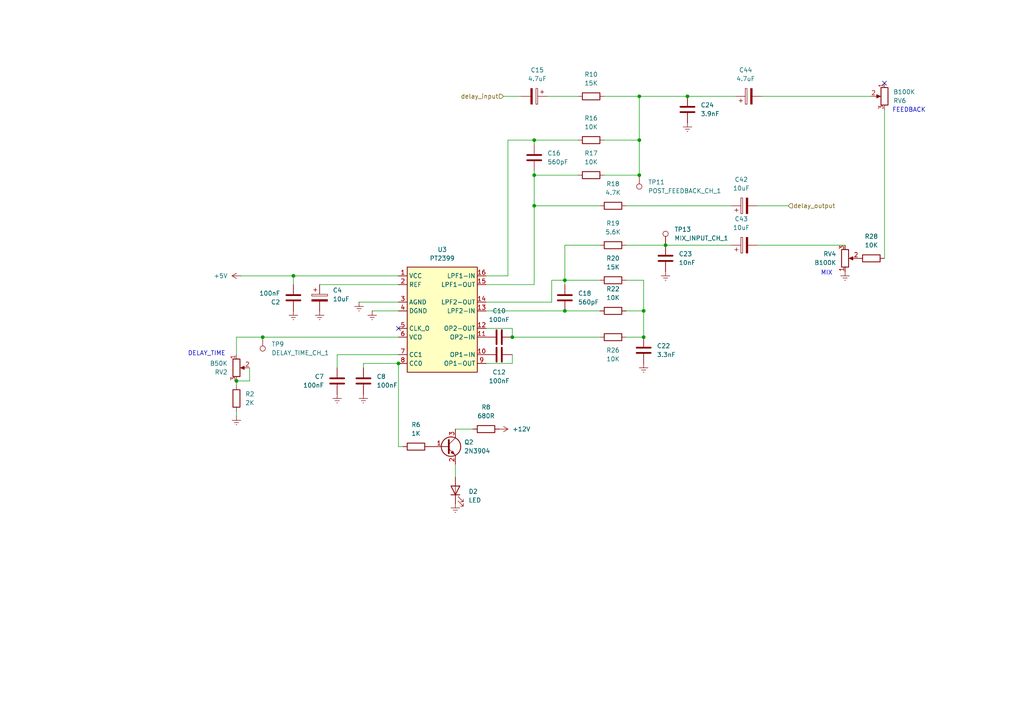
<source format=kicad_sch>
(kicad_sch (version 20231120) (generator "eeschema") (generator_version "8.0")
  (paper "A4")
  (lib_symbols
    (symbol "Audio:PT2399"
      (property "Reference" "U" (at 0 17.78 0))
      (property "Value" "PT2399" (at 0 -17.78 0))
      (symbol "PT2399_0_1"
        (rectangle (start -10.16 15.24) (end 10.16 -15.24) (stroke (width 0.254)) (fill (type background)))
      )
      (symbol "PT2399_1_1"
        (pin power_in line (at -12.7 12.7 0) (length 2.54) (name "VCC") (number "1"))
        (pin input line (at 12.7 -10.16 180) (length 2.54) (name "OP1-IN") (number "10"))
        (pin input line (at 12.7 -5.08 180) (length 2.54) (name "OP2-IN") (number "11"))
        (pin output line (at 12.7 -2.54 180) (length 2.54) (name "OP2-OUT") (number "12"))
        (pin input line (at 12.7 2.54 180) (length 2.54) (name "LPF2-IN") (number "13"))
        (pin output line (at 12.7 5.08 180) (length 2.54) (name "LPF2-OUT") (number "14"))
        (pin output line (at 12.7 10.16 180) (length 2.54) (name "LPF1-OUT") (number "15"))
        (pin input line (at 12.7 12.7 180) (length 2.54) (name "LPF1-IN") (number "16"))
        (pin passive line (at -12.7 10.16 0) (length 2.54) (name "REF") (number "2"))
        (pin power_in line (at -12.7 5.08 0) (length 2.54) (name "AGND") (number "3"))
        (pin power_in line (at -12.7 2.54 0) (length 2.54) (name "DGND") (number "4"))
        (pin passive line (at -12.7 -2.54 0) (length 2.54) (name "CLK_O") (number "5"))
        (pin passive line (at -12.7 -5.08 0) (length 2.54) (name "VCO") (number "6"))
        (pin passive line (at -12.7 -10.16 0) (length 2.54) (name "CC1") (number "7"))
        (pin passive line (at -12.7 -12.7 0) (length 2.54) (name "CC0") (number "8"))
        (pin output line (at 12.7 -12.7 180) (length 2.54) (name "OP1-OUT") (number "9"))
      )
    )
    (symbol "Connector:TestPoint" (pin_numbers hide) (pin_names (offset 0.762) hide)
      (property "Reference" "TP" (at 0 6.858 0))
      (property "Value" "TestPoint" (at 0 5.08 0))
      (symbol "TestPoint_0_1"
        (circle (center 0 3.302) (radius 0.762))
      )
      (symbol "TestPoint_1_1"
        (pin passive line (at 0 0 90) (length 2.54) (name "1") (number "1"))
      )
    )
    (symbol "Device:C" (pin_numbers hide) (pin_names (offset 0.254))
      (property "Reference" "C" (at 0.635 2.54 0))
      (property "Value" "C" (at 0.635 -2.54 0))
      (symbol "C_0_1"
        (polyline (pts (xy -2.032 -0.762) (xy 2.032 -0.762)) (stroke (width 0.508)))
        (polyline (pts (xy -2.032 0.762) (xy 2.032 0.762)) (stroke (width 0.508)))
      )
      (symbol "C_1_1"
        (pin passive line (at 0 3.81 270) (length 2.794) (name "~") (number "1"))
        (pin passive line (at 0 -3.81 90) (length 2.794) (name "~") (number "2"))
      )
    )
    (symbol "Device:C_Polarized" (pin_numbers hide) (pin_names (offset 0.254))
      (property "Reference" "C" (at 0.635 2.54 0))
      (property "Value" "C_Polarized" (at 0.635 -2.54 0))
      (symbol "C_Polarized_0_1"
        (rectangle (start -2.286 0.508) (end 2.286 1.016))
        (polyline (pts (xy -1.778 2.286) (xy -0.762 2.286)))
        (polyline (pts (xy -1.27 2.794) (xy -1.27 1.778)))
        (rectangle (start 2.286 -0.508) (end -2.286 -1.016) (fill (type outline)))
      )
      (symbol "C_Polarized_1_1"
        (pin passive line (at 0 3.81 270) (length 2.794) (name "~") (number "1"))
        (pin passive line (at 0 -3.81 90) (length 2.794) (name "~") (number "2"))
      )
    )
    (symbol "Device:R" (pin_numbers hide) (pin_names (offset 0))
      (property "Reference" "R" (at 2.032 0 90))
      (property "Value" "R" (at 0 0 90))
      (symbol "R_0_1"
        (rectangle (start -1.016 -2.54) (end 1.016 2.54) (stroke (width 0.254)))
      )
      (symbol "R_1_1"
        (pin passive line (at 0 3.81 270) (length 1.27) (name "~") (number "1"))
        (pin passive line (at 0 -3.81 90) (length 1.27) (name "~") (number "2"))
      )
    )
    (symbol "Transistor_BJT:MMBT3904" (pin_names (offset 0) hide)
      (property "Reference" "Q" (at 5.08 1.905 0))
      (property "Value" "MMBT3904" (at 5.08 0 0))
      (symbol "MMBT3904_0_1"
        (polyline (pts (xy 0.635 0.635) (xy 2.54 2.54)))
        (polyline (pts (xy 0.635 -0.635) (xy 2.54 -2.54) (xy 2.54 -2.54)))
        (polyline (pts (xy 0.635 1.905) (xy 0.635 -1.905) (xy 0.635 -1.905)) (stroke (width 0.508)))
        (polyline (pts (xy 1.27 -1.778) (xy 1.778 -1.27) (xy 2.286 -2.286) (xy 1.27 -1.778) (xy 1.27 -1.778)) (fill (type outline)))
        (circle (center 1.27 0) (radius 2.8194) (stroke (width 0.254)))
      )
      (symbol "MMBT3904_1_1"
        (pin input line (at -5.08 0 0) (length 5.715) (name "B") (number "1"))
        (pin passive line (at 2.54 -5.08 90) (length 2.54) (name "E") (number "2"))
        (pin passive line (at 2.54 5.08 270) (length 2.54) (name "C") (number "3"))
      )
    )
    (symbol "power:+12V" (power) (pin_numbers hide) (pin_names (offset 0) hide)
      (property "Value" "+12V" (at 0 3.556 0))
      (symbol "+12V_0_1"
        (polyline (pts (xy -0.762 1.27) (xy 0 2.54)))
        (polyline (pts (xy 0 0) (xy 0 2.54)))
        (polyline (pts (xy 0 2.54) (xy 0.762 1.27)))
      )
      (symbol "+12V_1_1"
        (pin power_in line (at 0 0 90) (length 0) (name "~") (number "1"))
      )
    )
    (symbol "power:+5V" (power) (pin_numbers hide) (pin_names (offset 0) hide)
      (property "Value" "+5V" (at 0 3.556 0))
      (symbol "+5V_0_1"
        (polyline (pts (xy -0.762 1.27) (xy 0 2.54)))
        (polyline (pts (xy 0 0) (xy 0 2.54)))
        (polyline (pts (xy 0 2.54) (xy 0.762 1.27)))
      )
      (symbol "+5V_1_1"
        (pin power_in line (at 0 0 90) (length 0) (name "~") (number "1"))
      )
    )
    (symbol "power:GNDREF" (power) (pin_numbers hide) (pin_names (offset 0) hide)
      (property "Value" "GNDREF" (at 0 -3.81 0))
      (symbol "GNDREF_0_1"
        (polyline (pts (xy -0.635 -1.905) (xy 0.635 -1.905)))
        (polyline (pts (xy -0.127 -2.54) (xy 0.127 -2.54)))
        (polyline (pts (xy 0 -1.27) (xy 0 0)))
        (polyline (pts (xy 1.27 -1.27) (xy -1.27 -1.27)))
      )
      (symbol "GNDREF_1_1"
        (pin power_in line (at 0 0 270) (length 0) (name "~") (number "1"))
      )
    )
    (symbol "synth:LED (3mm)" (pin_numbers hide) (pin_names (offset 1.016) hide)
      (property "Reference" "D" (at 0 2.54 0))
      (property "Value" "LED" (at 0 -2.54 0))
      (symbol "LED (3mm)_0_1"
        (polyline (pts (xy -1.27 -1.27) (xy -1.27 1.27)) (stroke (width 0.254)))
        (polyline (pts (xy -1.27 0) (xy 1.27 0)))
        (polyline (pts (xy 1.27 -1.27) (xy 1.27 1.27) (xy -1.27 0) (xy 1.27 -1.27)) (stroke (width 0.254)))
        (polyline (pts (xy -3.048 -0.762) (xy -4.572 -2.286) (xy -3.81 -2.286) (xy -4.572 -2.286) (xy -4.572 -1.524)))
        (polyline (pts (xy -1.778 -0.762) (xy -3.302 -2.286) (xy -2.54 -2.286) (xy -3.302 -2.286) (xy -3.302 -1.524)))
      )
      (symbol "LED (3mm)_1_1"
        (pin passive line (at -3.81 0 0) (length 2.54) (name "K") (number "1"))
        (pin passive line (at 3.81 0 180) (length 2.54) (name "A") (number "2"))
      )
    )
    (symbol "synth:R_Potentiometer (P0915N)" (pin_names (offset 1.016) hide)
      (property "Reference" "RV" (at -4.445 0 90))
      (property "Value" "R_Potentiometer" (at -2.54 0 90))
      (symbol "R_Potentiometer (P0915N)_0_1"
        (rectangle (start -1.016 2.54) (end 1.016 -2.54) (stroke (width 0.254)))
        (polyline (pts (xy 2.54 0) (xy 1.524 0)))
        (polyline (pts (xy 1.143 0) (xy 2.286 0.508) (xy 2.286 -0.508) (xy 1.143 0)) (fill (type outline)))
      )
      (symbol "R_Potentiometer (P0915N)_1_1"
        (pin passive line (at 0 3.81 270) (length 1.27) (name "1") (number "1"))
        (pin passive line (at 3.81 0 180) (length 1.27) (name "2") (number "2"))
        (pin passive line (at 0 -3.81 90) (length 1.27) (name "3") (number "3"))
      )
    )
  )
  (junction (at 163.83 90.17))
  (junction (at 163.83 81.28))
  (junction (at 193.04 71.12))
  (junction (at 148.59 97.79))
  (junction (at 186.69 90.17))
  (junction (at 186.69 97.79))
  (junction (at 154.94 40.64))
  (junction (at 199.39 27.94))
  (junction (at 115.57 105.41))
  (junction (at 185.42 40.64))
  (junction (at 76.2 97.79))
  (junction (at 154.94 50.8))
  (junction (at 185.42 27.94))
  (junction (at 68.58 110.49))
  (junction (at 154.94 59.69))
  (junction (at 185.42 50.8))
  (junction (at 85.09 80.01))
  (no_connect (at 115.57 95.25))
  (no_connect (at 256.54 24.13))
  (wire (pts (xy 115.57 105.41) (xy 115.57 129.54)))
  (wire (pts (xy 154.94 50.8) (xy 167.64 50.8)))
  (wire (pts (xy 186.69 97.79) (xy 181.61 97.79)))
  (wire (pts (xy 68.58 111.76) (xy 68.58 110.49)))
  (wire (pts (xy 132.08 134.62) (xy 132.08 138.43)))
  (wire (pts (xy 137.16 124.46) (xy 132.08 124.46)))
  (wire (pts (xy 76.2 97.79) (xy 115.57 97.79)))
  (wire (pts (xy 92.71 82.55) (xy 115.57 82.55)))
  (wire (pts (xy 181.61 90.17) (xy 186.69 90.17)))
  (wire (pts (xy 154.94 41.91) (xy 154.94 40.64)))
  (wire (pts (xy 104.14 87.63) (xy 115.57 87.63)))
  (wire (pts (xy 85.09 80.01) (xy 115.57 80.01)))
  (wire (pts (xy 140.97 87.63) (xy 160.02 87.63)))
  (wire (pts (xy 160.02 81.28) (xy 163.83 81.28)))
  (wire (pts (xy 148.59 105.41) (xy 140.97 105.41)))
  (wire (pts (xy 148.59 95.25) (xy 148.59 97.79)))
  (wire (pts (xy 175.26 50.8) (xy 185.42 50.8)))
  (wire (pts (xy 160.02 87.63) (xy 160.02 81.28)))
  (wire (pts (xy 68.58 97.79) (xy 76.2 97.79)))
  (wire (pts (xy 97.79 102.87) (xy 115.57 102.87)))
  (wire (pts (xy 72.39 110.49) (xy 68.58 110.49)))
  (wire (pts (xy 193.04 71.12) (xy 212.09 71.12)))
  (wire (pts (xy 147.32 80.01) (xy 147.32 40.64)))
  (wire (pts (xy 147.32 40.64) (xy 154.94 40.64)))
  (wire (pts (xy 163.83 90.17) (xy 173.99 90.17)))
  (wire (pts (xy 154.94 59.69) (xy 173.99 59.69)))
  (wire (pts (xy 154.94 50.8) (xy 154.94 59.69)))
  (wire (pts (xy 219.71 59.69) (xy 228.6 59.69)))
  (wire (pts (xy 186.69 81.28) (xy 186.69 90.17)))
  (wire (pts (xy 175.26 40.64) (xy 185.42 40.64)))
  (wire (pts (xy 163.83 81.28) (xy 163.83 82.55)))
  (wire (pts (xy 185.42 40.64) (xy 185.42 50.8)))
  (wire (pts (xy 199.39 27.94) (xy 213.36 27.94)))
  (wire (pts (xy 105.41 106.68) (xy 105.41 105.41)))
  (wire (pts (xy 140.97 82.55) (xy 154.94 82.55)))
  (wire (pts (xy 72.39 106.68) (xy 72.39 110.49)))
  (wire (pts (xy 185.42 27.94) (xy 185.42 40.64)))
  (wire (pts (xy 181.61 71.12) (xy 193.04 71.12)))
  (wire (pts (xy 68.58 120.65) (xy 68.58 119.38)))
  (wire (pts (xy 97.79 106.68) (xy 97.79 102.87)))
  (wire (pts (xy 256.54 74.93) (xy 256.54 31.75)))
  (wire (pts (xy 116.84 129.54) (xy 115.57 129.54)))
  (wire (pts (xy 68.58 102.87) (xy 68.58 97.79)))
  (wire (pts (xy 147.32 80.01) (xy 140.97 80.01)))
  (wire (pts (xy 148.59 95.25) (xy 140.97 95.25)))
  (wire (pts (xy 105.41 105.41) (xy 115.57 105.41)))
  (wire (pts (xy 163.83 71.12) (xy 163.83 81.28)))
  (wire (pts (xy 148.59 102.87) (xy 148.59 105.41)))
  (wire (pts (xy 185.42 27.94) (xy 199.39 27.94)))
  (wire (pts (xy 85.09 82.55) (xy 85.09 80.01)))
  (wire (pts (xy 154.94 49.53) (xy 154.94 50.8)))
  (wire (pts (xy 175.26 27.94) (xy 185.42 27.94)))
  (wire (pts (xy 173.99 71.12) (xy 163.83 71.12)))
  (wire (pts (xy 148.59 97.79) (xy 173.99 97.79)))
  (wire (pts (xy 69.85 80.01) (xy 85.09 80.01)))
  (wire (pts (xy 186.69 90.17) (xy 186.69 97.79)))
  (wire (pts (xy 146.05 27.94) (xy 151.13 27.94)))
  (wire (pts (xy 154.94 40.64) (xy 167.64 40.64)))
  (wire (pts (xy 181.61 59.69) (xy 212.09 59.69)))
  (wire (pts (xy 154.94 59.69) (xy 154.94 82.55)))
  (wire (pts (xy 181.61 81.28) (xy 186.69 81.28)))
  (wire (pts (xy 107.95 90.17) (xy 115.57 90.17)))
  (wire (pts (xy 173.99 81.28) (xy 163.83 81.28)))
  (wire (pts (xy 158.75 27.94) (xy 167.64 27.94)))
  (wire (pts (xy 220.98 27.94) (xy 252.73 27.94)))
  (wire (pts (xy 140.97 90.17) (xy 163.83 90.17)))
  (wire (pts (xy 219.71 71.12) (xy 245.11 71.12)))
  (text "MIX" (at 239.776 79.248 0) (effects (font (size 1.27 1.27))))
  (text "FEEDBACK" (at 263.652 32.004 0) (effects (font (size 1.27 1.27))))
  (text "DELAY_TIME" (at 59.944 102.616 0) (effects (font (size 1.27 1.27))))
  (hierarchical_label "delay_output" (shape input) (at 228.6 59.69 0))
  (hierarchical_label "delay_input" (shape input) (at 146.05 27.94 180))
  (symbol (lib_id "Device:C_Polarized") (at 217.17 27.94 90) (unit 1)
    (property "Reference" "C44" (at 216.281 20.32 90))
    (property "Value" "4.7uF" (at 216.281 22.86 90))
    (property "Footprint" "Capacitor_THT:CP_Radial_D4.0mm_P2.00mm" (effects (hide yes)))
    (property "Description" "Polarized capacitor" (effects (hide yes)))
  )
  (symbol (lib_id "power:GNDREF") (at 97.79 114.3 0) (unit 1)
    (property "Reference" "#PWR011" (effects (hide yes)))
    (property "Value" "GNDREF" (effects (hide yes)))
    (property "Description" "Power symbol creates a global label with name \"GNDREF\" , reference supply ground" (effects (hide yes)))
  )
  (symbol (lib_id "power:+12V") (at 144.78 124.46 270) (unit 1)
    (property "Reference" "#PWR020" (effects (hide yes)))
    (property "Value" "+12V" (at 148.59 124.4599 90) (effects (justify left)))
    (property "Description" "Power symbol creates a global label with name \"+12V\"" (effects (hide yes)))
  )
  (symbol (lib_id "Device:C") (at 199.39 31.75 0) (unit 1)
    (property "Reference" "C24" (at 203.2 30.4799 0) (effects (justify left)))
    (property "Value" "3.9nF" (at 203.2 33.0199 0) (effects (justify left)))
    (property "Footprint" "Capacitor_SMD:C_0805_2012Metric_Pad1.18x1.45mm_HandSolder" (effects (hide yes)))
    (property "Description" "Unpolarized capacitor" (effects (hide yes)))
  )
  (symbol (lib_id "Audio:PT2399") (at 128.27 92.71 0) (unit 1)
    (property "Reference" "U3" (at 128.27 72.39 0))
    (property "Value" "PT2399" (at 128.27 74.93 0))
    (property "Footprint" "Package_DIP:DIP-16_W7.62mm_Socket_LongPads" (effects (hide yes)))
    (property "Datasheet" "http://www.princeton.com.tw/Portals/0/Product/PT2399_1.pdf" (effects (hide yes)))
    (property "Description" "Echo Processor IC, DIP-16" (effects (hide yes)))
  )
  (symbol (lib_id "synth:R_Potentiometer (P0915N)") (at 68.58 106.68 0) (unit 1)
    (property "Reference" "RV2" (at 66.04 107.9501 0) (effects (justify right)))
    (property "Value" "B50K" (at 66.04 105.4101 0) (effects (justify right)))
    (property "Footprint" "Synth:Potentiometer_TT_P0915N" (effects (hide yes)))
    (property "Description" "Potentiometer" (effects (hide yes)))
  )
  (symbol (lib_id "synth:R_Potentiometer (P0915N)") (at 256.54 27.94 0) (mirror y) (unit 1)
    (property "Reference" "RV6" (at 259.08 29.2101 0) (effects (justify right)))
    (property "Value" "B100K" (at 259.08 26.6701 0) (effects (justify right)))
    (property "Footprint" "Synth:Potentiometer_TT_P0915N" (effects (hide yes)))
    (property "Description" "Potentiometer" (effects (hide yes)))
  )
  (symbol (lib_id "Device:R") (at 140.97 124.46 90) (unit 1)
    (property "Reference" "R8" (at 140.97 118.11 90))
    (property "Value" "680R" (at 140.97 120.65 90))
    (property "Footprint" "Resistor_SMD:R_0805_2012Metric_Pad1.20x1.40mm_HandSolder" (effects (hide yes)))
    (property "Description" "Resistor" (effects (hide yes)))
  )
  (symbol (lib_id "Device:R") (at 177.8 90.17 90) (unit 1)
    (property "Reference" "R22" (at 177.8 83.82 90))
    (property "Value" "10K" (at 177.8 86.36 90))
    (property "Footprint" "Resistor_SMD:R_0805_2012Metric_Pad1.20x1.40mm_HandSolder" (effects (hide yes)))
    (property "Description" "Resistor" (effects (hide yes)))
  )
  (symbol (lib_id "power:GNDREF") (at 85.09 90.17 0) (unit 1)
    (property "Reference" "#PWR05" (effects (hide yes)))
    (property "Value" "GNDREF" (effects (hide yes)))
    (property "Description" "Power symbol creates a global label with name \"GNDREF\" , reference supply ground" (effects (hide yes)))
  )
  (symbol (lib_id "Device:R") (at 177.8 81.28 90) (unit 1)
    (property "Reference" "R20" (at 177.8 74.93 90))
    (property "Value" "15K" (at 177.8 77.47 90))
    (property "Footprint" "Resistor_SMD:R_0805_2012Metric_Pad1.20x1.40mm_HandSolder" (effects (hide yes)))
    (property "Description" "Resistor" (effects (hide yes)))
  )
  (symbol (lib_id "power:+5V") (at 69.85 80.01 90) (unit 1)
    (property "Reference" "#PWR03" (effects (hide yes)))
    (property "Value" "+5V" (at 66.04 80.0099 90) (effects (justify left)))
    (property "Description" "Power symbol creates a global label with name \"+5V\"" (effects (hide yes)))
  )
  (symbol (lib_id "Device:C") (at 144.78 97.79 90) (unit 1)
    (property "Reference" "C10" (at 144.78 90.17 90))
    (property "Value" "100nF" (at 144.78 92.71 90))
    (property "Footprint" "Capacitor_SMD:C_0805_2012Metric_Pad1.18x1.45mm_HandSolder" (effects (hide yes)))
    (property "Description" "Unpolarized capacitor" (effects (hide yes)))
  )
  (symbol (lib_id "Device:C") (at 85.09 86.36 180) (unit 1)
    (property "Reference" "C2" (at 81.28 87.6301 0) (effects (justify left)))
    (property "Value" "100nF" (at 81.28 85.0901 0) (effects (justify left)))
    (property "Footprint" "Capacitor_SMD:C_0805_2012Metric_Pad1.18x1.45mm_HandSolder" (effects (hide yes)))
    (property "Description" "Unpolarized capacitor" (effects (hide yes)))
  )
  (symbol (lib_id "Device:R") (at 252.73 74.93 270) (unit 1)
    (property "Reference" "R28" (at 252.73 68.58 90))
    (property "Value" "10K" (at 252.73 71.12 90))
    (property "Footprint" "Resistor_SMD:R_0805_2012Metric_Pad1.20x1.40mm_HandSolder" (effects (hide yes)))
    (property "Description" "Resistor" (effects (hide yes)))
  )
  (symbol (lib_id "Transistor_BJT:MMBT3904") (at 129.54 129.54 0) (unit 1)
    (property "Reference" "Q2" (at 134.62 128.2699 0) (effects (justify left)))
    (property "Value" "2N3904" (at 134.62 130.8099 0) (effects (justify left)))
    (property "Footprint" "Package_TO_SOT_SMD:SOT-23" (effects (hide yes)))
    (property "Datasheet" "https://www.onsemi.com/pdf/datasheet/pzt3904-d.pdf" (effects (hide yes)))
    (property "Description" "0.2A Ic, 40V Vce, Small Signal NPN Transistor, SOT-23" (effects (hide yes)))
  )
  (symbol (lib_id "power:GNDREF") (at 193.04 78.74 0) (unit 1)
    (property "Reference" "#PWR064" (effects (hide yes)))
    (property "Value" "GNDREF" (effects (hide yes)))
    (property "Description" "Power symbol creates a global label with name \"GNDREF\" , reference supply ground" (effects (hide yes)))
  )
  (symbol (lib_id "Device:R") (at 120.65 129.54 90) (unit 1)
    (property "Reference" "R6" (at 120.65 123.19 90))
    (property "Value" "1K" (at 120.65 125.73 90))
    (property "Footprint" "Resistor_SMD:R_0805_2012Metric_Pad1.20x1.40mm_HandSolder" (effects (hide yes)))
    (property "Description" "Resistor" (effects (hide yes)))
  )
  (symbol (lib_id "power:GNDREF") (at 199.39 35.56 0) (unit 1)
    (property "Reference" "#PWR065" (effects (hide yes)))
    (property "Value" "GNDREF" (effects (hide yes)))
    (property "Description" "Power symbol creates a global label with name \"GNDREF\" , reference supply ground" (effects (hide yes)))
  )
  (symbol (lib_id "power:GNDREF") (at 132.08 146.05 0) (unit 1)
    (property "Reference" "#PWR018" (effects (hide yes)))
    (property "Value" "GNDREF" (effects (hide yes)))
    (property "Description" "Power symbol creates a global label with name \"GNDREF\" , reference supply ground" (effects (hide yes)))
  )
  (symbol (lib_id "power:GNDREF") (at 104.14 87.63 0) (unit 1)
    (property "Reference" "#PWR014" (effects (hide yes)))
    (property "Value" "GNDREF" (effects (hide yes)))
    (property "Description" "Power symbol creates a global label with name \"GNDREF\" , reference supply ground" (effects (hide yes)))
  )
  (symbol (lib_id "power:GNDREF") (at 186.69 105.41 0) (unit 1)
    (property "Reference" "#PWR023" (effects (hide yes)))
    (property "Value" "GNDREF" (effects (hide yes)))
    (property "Description" "Power symbol creates a global label with name \"GNDREF\" , reference supply ground" (effects (hide yes)))
  )
  (symbol (lib_id "Connector:TestPoint") (at 185.42 50.8 180) (unit 1) (in_bom no)
    (property "Reference" "TP11" (at 187.96 52.8319 0) (effects (justify right)))
    (property "Value" "POST_FEEDBACK_CH_1" (at 187.96 55.3719 0) (effects (justify right)))
    (property "Footprint" "Connector_Pin:Pin_D1.0mm_L10.0mm" (effects (hide yes)))
    (property "Description" "test point" (effects (hide yes)))
  )
  (symbol (lib_id "Device:R") (at 177.8 97.79 90) (unit 1)
    (property "Reference" "R26" (at 177.8 101.6 90))
    (property "Value" "10K" (at 177.8 104.14 90))
    (property "Footprint" "Resistor_SMD:R_0805_2012Metric_Pad1.20x1.40mm_HandSolder" (effects (hide yes)))
    (property "Description" "Resistor" (effects (hide yes)))
  )
  (symbol (lib_id "power:GNDREF") (at 105.41 114.3 0) (unit 1)
    (property "Reference" "#PWR012" (effects (hide yes)))
    (property "Value" "GNDREF" (effects (hide yes)))
    (property "Description" "Power symbol creates a global label with name \"GNDREF\" , reference supply ground" (effects (hide yes)))
  )
  (symbol (lib_id "Device:C") (at 193.04 74.93 0) (unit 1)
    (property "Reference" "C23" (at 196.85 73.6599 0) (effects (justify left)))
    (property "Value" "10nF" (at 196.85 76.1999 0) (effects (justify left)))
    (property "Footprint" "Capacitor_SMD:C_0805_2012Metric_Pad1.18x1.45mm_HandSolder" (effects (hide yes)))
    (property "Description" "Unpolarized capacitor" (effects (hide yes)))
  )
  (symbol (lib_id "Device:C") (at 154.94 45.72 0) (unit 1)
    (property "Reference" "C16" (at 158.75 44.4499 0) (effects (justify left)))
    (property "Value" "560pF" (at 158.75 46.9899 0) (effects (justify left)))
    (property "Footprint" "Capacitor_SMD:C_0805_2012Metric_Pad1.18x1.45mm_HandSolder" (effects (hide yes)))
    (property "Description" "Unpolarized capacitor" (effects (hide yes)))
  )
  (symbol (lib_id "Device:C_Polarized") (at 92.71 86.36 0) (unit 1)
    (property "Reference" "C4" (at 96.52 84.2009 0) (effects (justify left)))
    (property "Value" "10uF" (at 96.52 86.7409 0) (effects (justify left)))
    (property "Footprint" "Capacitor_THT:CP_Radial_D4.0mm_P2.00mm" (effects (hide yes)))
    (property "Description" "Polarized capacitor" (effects (hide yes)))
  )
  (symbol (lib_id "synth:R_Potentiometer (P0915N)") (at 245.11 74.93 0) (mirror x) (unit 1)
    (property "Reference" "RV4" (at 242.57 73.6599 0) (effects (justify right)))
    (property "Value" "B100K" (at 242.57 76.1999 0) (effects (justify right)))
    (property "Footprint" "Synth:Potentiometer_TT_P0915N" (effects (hide yes)))
    (property "Description" "Potentiometer" (effects (hide yes)))
  )
  (symbol (lib_id "Device:R") (at 177.8 71.12 90) (unit 1)
    (property "Reference" "R19" (at 177.8 64.77 90))
    (property "Value" "5.6K" (at 177.8 67.31 90))
    (property "Footprint" "Resistor_SMD:R_0805_2012Metric_Pad1.20x1.40mm_HandSolder" (effects (hide yes)))
    (property "Description" "Resistor" (effects (hide yes)))
  )
  (symbol (lib_id "power:GNDREF") (at 107.95 90.17 0) (unit 1)
    (property "Reference" "#PWR016" (effects (hide yes)))
    (property "Value" "GNDREF" (effects (hide yes)))
    (property "Description" "Power symbol creates a global label with name \"GNDREF\" , reference supply ground" (effects (hide yes)))
  )
  (symbol (lib_id "Device:C") (at 144.78 102.87 90) (unit 1)
    (property "Reference" "C12" (at 144.78 107.95 90))
    (property "Value" "100nF" (at 144.78 110.49 90))
    (property "Footprint" "Capacitor_SMD:C_0805_2012Metric_Pad1.18x1.45mm_HandSolder" (effects (hide yes)))
    (property "Description" "Unpolarized capacitor" (effects (hide yes)))
  )
  (symbol (lib_id "synth:LED (3mm)") (at 132.08 142.24 90) (unit 1)
    (property "Reference" "D2" (at 135.89 142.5574 90) (effects (justify right)))
    (property "Value" "LED" (at 135.89 145.0974 90) (effects (justify right)))
    (property "Footprint" "Synth:LED_D3.0mm" (effects (hide yes)))
    (property "Description" "Light emitting diode" (effects (hide yes)))
  )
  (symbol (lib_id "Device:C") (at 186.69 101.6 0) (unit 1)
    (property "Reference" "C22" (at 190.5 100.3299 0) (effects (justify left)))
    (property "Value" "3.3nF" (at 190.5 102.8699 0) (effects (justify left)))
    (property "Footprint" "Capacitor_SMD:C_0805_2012Metric_Pad1.18x1.45mm_HandSolder" (effects (hide yes)))
    (property "Description" "Unpolarized capacitor" (effects (hide yes)))
  )
  (symbol (lib_id "Device:R") (at 171.45 50.8 90) (unit 1)
    (property "Reference" "R17" (at 171.45 44.45 90))
    (property "Value" "10K" (at 171.45 46.99 90))
    (property "Footprint" "Resistor_SMD:R_0805_2012Metric_Pad1.20x1.40mm_HandSolder" (effects (hide yes)))
    (property "Description" "Resistor" (effects (hide yes)))
  )
  (symbol (lib_id "Device:R") (at 171.45 27.94 90) (unit 1)
    (property "Reference" "R10" (at 171.45 21.59 90))
    (property "Value" "15K" (at 171.45 24.13 90))
    (property "Footprint" "Resistor_SMD:R_0805_2012Metric_Pad1.20x1.40mm_HandSolder" (effects (hide yes)))
    (property "Description" "Resistor" (effects (hide yes)))
  )
  (symbol (lib_id "Device:C") (at 105.41 110.49 0) (unit 1)
    (property "Reference" "C8" (at 109.22 109.2199 0) (effects (justify left)))
    (property "Value" "100nF" (at 109.22 111.7599 0) (effects (justify left)))
    (property "Footprint" "Capacitor_SMD:C_0805_2012Metric_Pad1.18x1.45mm_HandSolder" (effects (hide yes)))
    (property "Description" "Unpolarized capacitor" (effects (hide yes)))
  )
  (symbol (lib_id "power:GNDREF") (at 245.11 78.74 0) (unit 1)
    (property "Reference" "#PWR066" (effects (hide yes)))
    (property "Value" "GNDREF" (effects (hide yes)))
    (property "Description" "Power symbol creates a global label with name \"GNDREF\" , reference supply ground" (effects (hide yes)))
  )
  (symbol (lib_id "Device:R") (at 171.45 40.64 90) (unit 1)
    (property "Reference" "R16" (at 171.45 34.29 90))
    (property "Value" "10K" (at 171.45 36.83 90))
    (property "Footprint" "Resistor_SMD:R_0805_2012Metric_Pad1.20x1.40mm_HandSolder" (effects (hide yes)))
    (property "Description" "Resistor" (effects (hide yes)))
  )
  (symbol (lib_id "power:GNDREF") (at 68.58 120.65 0) (unit 1)
    (property "Reference" "#PWR02" (effects (hide yes)))
    (property "Value" "GNDREF" (effects (hide yes)))
    (property "Description" "Power symbol creates a global label with name \"GNDREF\" , reference supply ground" (effects (hide yes)))
  )
  (symbol (lib_id "Connector:TestPoint") (at 193.04 71.12 0) (unit 1) (in_bom no)
    (property "Reference" "TP13" (at 195.58 66.5479 0) (effects (justify left)))
    (property "Value" "MIX_INPUT_CH_1" (at 195.58 69.0879 0) (effects (justify left)))
    (property "Footprint" "Connector_Pin:Pin_D1.0mm_L10.0mm" (effects (hide yes)))
    (property "Description" "test point" (effects (hide yes)))
  )
  (symbol (lib_id "Device:R") (at 68.58 115.57 180) (unit 1)
    (property "Reference" "R2" (at 71.12 114.2999 0) (effects (justify right)))
    (property "Value" "2K" (at 71.12 116.8399 0) (effects (justify right)))
    (property "Footprint" "Resistor_SMD:R_0805_2012Metric_Pad1.20x1.40mm_HandSolder" (effects (hide yes)))
    (property "Description" "Resistor" (effects (hide yes)))
  )
  (symbol (lib_id "Device:C") (at 97.79 110.49 0) (unit 1)
    (property "Reference" "C7" (at 93.98 109.2199 0) (effects (justify right)))
    (property "Value" "100nF" (at 93.98 111.7599 0) (effects (justify right)))
    (property "Footprint" "Capacitor_SMD:C_0805_2012Metric_Pad1.18x1.45mm_HandSolder" (effects (hide yes)))
    (property "Description" "Unpolarized capacitor" (effects (hide yes)))
  )
  (symbol (lib_id "Connector:TestPoint") (at 76.2 97.79 180) (unit 1) (in_bom no)
    (property "Reference" "TP9" (at 78.74 99.8219 0) (effects (justify right)))
    (property "Value" "DELAY_TIME_CH_1" (at 78.74 102.3619 0) (effects (justify right)))
    (property "Footprint" "Connector_Pin:Pin_D1.0mm_L10.0mm" (effects (hide yes)))
    (property "Description" "test point" (effects (hide yes)))
  )
  (symbol (lib_id "Device:R") (at 177.8 59.69 90) (unit 1)
    (property "Reference" "R18" (at 177.8 53.34 90))
    (property "Value" "4.7K" (at 177.8 55.88 90))
    (property "Footprint" "Resistor_SMD:R_0805_2012Metric_Pad1.20x1.40mm_HandSolder" (effects (hide yes)))
    (property "Description" "Resistor" (effects (hide yes)))
  )
  (symbol (lib_id "power:GNDREF") (at 92.71 90.17 0) (unit 1)
    (property "Reference" "#PWR07" (effects (hide yes)))
    (property "Value" "GNDREF" (effects (hide yes)))
    (property "Description" "Power symbol creates a global label with name \"GNDREF\" , reference supply ground" (effects (hide yes)))
  )
  (symbol (lib_id "Device:C_Polarized") (at 154.94 27.94 270) (unit 1)
    (property "Reference" "C15" (at 155.829 20.32 90))
    (property "Value" "4.7uF" (at 155.829 22.86 90))
    (property "Footprint" "Capacitor_THT:CP_Radial_D4.0mm_P2.00mm" (effects (hide yes)))
    (property "Description" "Polarized capacitor" (effects (hide yes)))
  )
  (symbol (lib_id "Device:C_Polarized") (at 215.9 59.69 90) (unit 1)
    (property "Reference" "C42" (at 215.011 52.07 90))
    (property "Value" "10uF" (at 215.011 54.61 90))
    (property "Footprint" "Capacitor_THT:CP_Radial_D4.0mm_P2.00mm" (effects (hide yes)))
    (property "Description" "Polarized capacitor" (effects (hide yes)))
  )
  (symbol (lib_id "Device:C") (at 163.83 86.36 0) (unit 1)
    (property "Reference" "C18" (at 167.64 85.0899 0) (effects (justify left)))
    (property "Value" "560pF" (at 167.64 87.6299 0) (effects (justify left)))
    (property "Footprint" "Capacitor_SMD:C_0805_2012Metric_Pad1.18x1.45mm_HandSolder" (effects (hide yes)))
    (property "Description" "Unpolarized capacitor" (effects (hide yes)))
  )
  (symbol (lib_id "Device:C_Polarized") (at 215.9 71.12 90) (unit 1)
    (property "Reference" "C43" (at 215.011 63.5 90))
    (property "Value" "10uF" (at 215.011 66.04 90))
    (property "Footprint" "Capacitor_THT:CP_Radial_D4.0mm_P2.00mm" (effects (hide yes)))
    (property "Description" "Polarized capacitor" (effects (hide yes)))
  )
)
</source>
